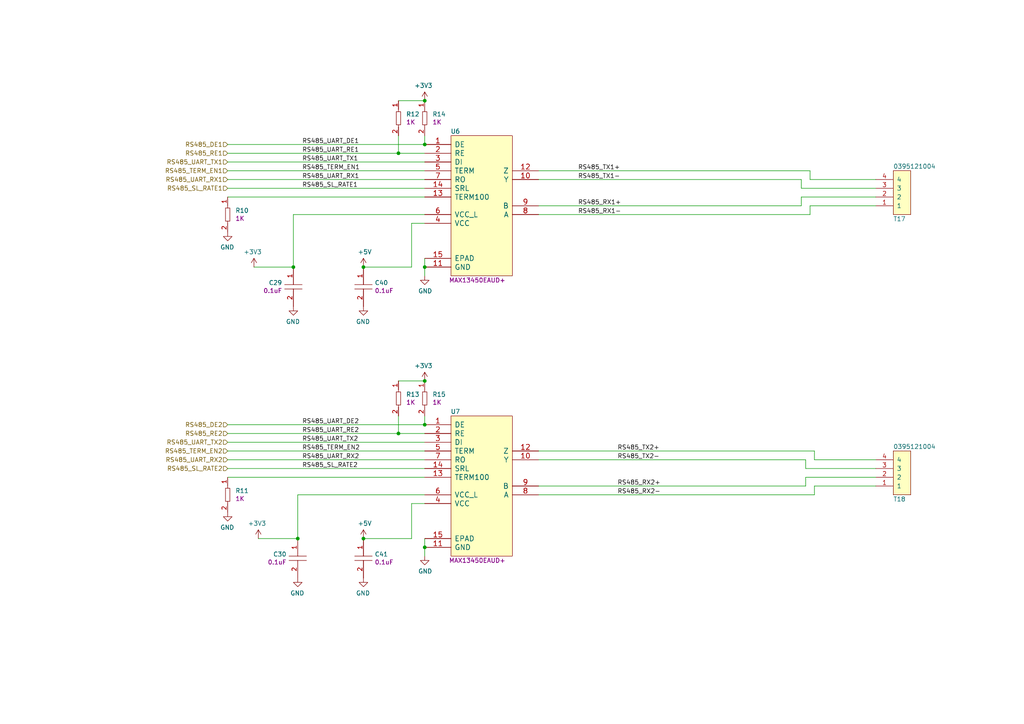
<source format=kicad_sch>
(kicad_sch (version 20231120) (generator "eeschema") (generator_version "8.0")
  (paper "A4")
  (lib_symbols
    (symbol "AVR-KiCAD-Lib-Capacitors:C0402C104K9PACTU" (pin_names (offset 1.016))
      (property "Reference" "C" (at -2.54 2.54 0))
      (property "_Value_" "0.1uF" (at 58.42 63.5 0))
      (symbol "C0402C104K9PACTU_1_1"
        (polyline (pts (xy 0 2.54) (xy 0 -2.54)))
        (polyline (pts (xy 1.27 2.54) (xy 1.27 -2.54)))
        (pin input line (at -5.08 0 0) (length 5.08) (name "~") (number "1"))
        (pin input line (at 6.35 0 180) (length 5.08) (name "~") (number "2"))
      )
    )
    (symbol "AVR-KiCAD-Lib-Capacitors:CGA3E2X7R1H104K080AA" (pin_names (offset 1.016))
      (property "Reference" "C" (at -2.54 2.54 0))
      (property "_Value_" "0.1uF" (at 58.42 63.5 0))
      (symbol "CGA3E2X7R1H104K080AA_1_1"
        (polyline (pts (xy 0 2.54) (xy 0 -2.54)))
        (polyline (pts (xy 1.27 2.54) (xy 1.27 -2.54)))
        (pin input line (at -5.08 0 0) (length 5.08) (name "~") (number "1"))
        (pin input line (at 6.35 0 180) (length 5.08) (name "~") (number "2"))
      )
    )
    (symbol "AVR-KiCAD-Lib-Connectors:0395121004" (pin_names (offset 1.016))
      (property "Reference" "J" (at -2.54 2.54 0))
      (property "Value" "0395121004" (at 1.27 5.08 0))
      (symbol "0395121004_0_1"
        (rectangle (start 0 2.54) (end 5.08 -10.16) (fill (type background)))
      )
      (symbol "0395121004_1_1"
        (pin passive line (at -5.08 0 0) (length 5.08) (name "1") (number "1"))
        (pin passive line (at -5.08 -2.54 0) (length 5.08) (name "2") (number "2"))
        (pin passive line (at -5.08 -5.08 0) (length 5.08) (name "3") (number "3"))
        (pin passive line (at -5.08 -7.62 0) (length 5.08) (name "4") (number "4"))
      )
    )
    (symbol "AVR-KiCAD-Lib-ICs:MAX13450EAUD+" (pin_names (offset 1.016))
      (property "Reference" "U" (at 0 1.27 0))
      (property "_Value_" "MAX13450EAUD+" (at 7.62 -41.91 0))
      (symbol "MAX13450EAUD+_0_1"
        (rectangle (start 0 0) (end 17.78 -40.64) (fill (type background)))
      )
      (symbol "MAX13450EAUD+_1_1"
        (pin input line (at -7.62 -2.54 0) (length 7.62) (name "DE") (number "1"))
        (pin output line (at 25.4 -12.7 180) (length 7.62) (name "Y") (number "10"))
        (pin passive line (at -7.62 -38.1 0) (length 7.62) (name "GND") (number "11"))
        (pin output line (at 25.4 -10.16 180) (length 7.62) (name "Z") (number "12"))
        (pin input line (at -7.62 -17.78 0) (length 7.62) (name "TERM100") (number "13"))
        (pin input line (at -7.62 -15.24 0) (length 7.62) (name "SRL") (number "14"))
        (pin passive line (at -7.62 -35.56 0) (length 7.62) (name "EPAD") (number "15"))
        (pin input line (at -7.62 -5.08 0) (length 7.62) (name "RE") (number "2"))
        (pin input line (at -7.62 -7.62 0) (length 7.62) (name "DI") (number "3"))
        (pin power_in line (at -7.62 -25.4 0) (length 7.62) (name "VCC") (number "4"))
        (pin input line (at -7.62 -10.16 0) (length 7.62) (name "TERM") (number "5"))
        (pin power_in line (at -7.62 -22.86 0) (length 7.62) (name "VCC_L") (number "6"))
        (pin output line (at -7.62 -12.7 0) (length 7.62) (name "RO") (number "7"))
        (pin input line (at 25.4 -22.86 180) (length 7.62) (name "A") (number "8"))
        (pin input line (at 25.4 -20.32 180) (length 7.62) (name "B") (number "9"))
      )
    )
    (symbol "AVR-KiCAD-Lib-Resistors:RC0402FR-071KL" (pin_names (offset 1.016))
      (property "Reference" "R" (at -2.54 2.54 0))
      (property "Value" "RC0402FR-071KL" (at 1.27 5.08 0))
      (property "_Value_" "1K" (at 58.42 63.5 0))
      (symbol "RC0402FR-071KL_0_1"
        (rectangle (start -1.905 0.635) (end 1.905 -0.635))
        (polyline (pts (xy -2.54 0) (xy -1.905 0)))
        (polyline (pts (xy -1.905 0) (xy -1.905 0)))
        (polyline (pts (xy 1.905 0) (xy 1.905 0)))
        (polyline (pts (xy 2.54 0) (xy 1.905 0)))
      )
      (symbol "RC0402FR-071KL_1_1"
        (pin passive line (at -5.08 0 0) (length 2.5146) (name "~") (number "1"))
        (pin passive line (at 5.08 0 180) (length 2.5146) (name "~") (number "2"))
      )
    )
    (symbol "agricoltura-vine-k-rescue:+3V3-power" (power) (pin_names (offset 0))
      (property "Value" "power_+3V3" (at 0 3.556 0))
      (symbol "+3V3-power_0_1"
        (polyline (pts (xy -0.762 1.27) (xy 0 2.54)))
        (polyline (pts (xy 0 0) (xy 0 2.54)))
        (polyline (pts (xy 0 2.54) (xy 0.762 1.27)))
      )
      (symbol "+3V3-power_1_1"
        (pin power_in line (at 0 0 90) (length 0) hide (name "+3V3") (number "1"))
      )
    )
    (symbol "agricoltura-vine-k-rescue:+5V-power" (power) (pin_names (offset 0))
      (property "Value" "power_+5V" (at 0 3.556 0))
      (symbol "+5V-power_0_1"
        (polyline (pts (xy -0.762 1.27) (xy 0 2.54)))
        (polyline (pts (xy 0 0) (xy 0 2.54)))
        (polyline (pts (xy 0 2.54) (xy 0.762 1.27)))
      )
      (symbol "+5V-power_1_1"
        (pin power_in line (at 0 0 90) (length 0) hide (name "+5V") (number "1"))
      )
    )
    (symbol "agricoltura-vine-k-rescue:GND-power" (power) (pin_names (offset 0))
      (property "Value" "power_GND" (at 0 -3.81 0))
      (symbol "GND-power_0_1"
        (polyline (pts (xy 0 0) (xy 0 -1.27) (xy 1.27 -1.27) (xy 0 -2.54) (xy -1.27 -1.27) (xy 0 -1.27)))
      )
      (symbol "GND-power_1_1"
        (pin power_in line (at 0 0 270) (length 0) hide (name "GND") (number "1"))
      )
    )
  )
  (junction (at 123.19 110.49))
  (junction (at 115.57 44.45))
  (junction (at 123.19 77.47))
  (junction (at 123.19 41.91))
  (junction (at 85.09 77.47))
  (junction (at 123.19 29.21))
  (junction (at 123.19 123.19))
  (junction (at 105.41 156.21))
  (junction (at 115.57 125.73))
  (junction (at 105.41 77.47))
  (junction (at 123.19 158.75))
  (junction (at 86.36 156.21))
  (wire (pts (xy 156.21 130.81) (xy 236.22 130.81)))
  (wire (pts (xy 123.19 74.93) (xy 123.19 77.47)))
  (wire (pts (xy 123.19 44.45) (xy 115.57 44.45)))
  (wire (pts (xy 115.57 29.21) (xy 123.19 29.21)))
  (wire (pts (xy 123.19 158.75) (xy 123.19 161.29)))
  (wire (pts (xy 236.22 130.81) (xy 236.22 133.35)))
  (wire (pts (xy 123.19 156.21) (xy 123.19 158.75)))
  (wire (pts (xy 123.19 49.53) (xy 66.04 49.53)))
  (wire (pts (xy 123.19 138.43) (xy 66.04 138.43)))
  (wire (pts (xy 115.57 44.45) (xy 66.04 44.45)))
  (wire (pts (xy 123.19 146.05) (xy 119.38 146.05)))
  (wire (pts (xy 85.09 77.47) (xy 73.66 77.47)))
  (wire (pts (xy 123.19 57.15) (xy 66.04 57.15)))
  (wire (pts (xy 234.95 52.07) (xy 254 52.07)))
  (wire (pts (xy 123.19 143.51) (xy 86.36 143.51)))
  (wire (pts (xy 254 54.61) (xy 232.41 54.61)))
  (wire (pts (xy 115.57 110.49) (xy 123.19 110.49)))
  (wire (pts (xy 123.19 130.81) (xy 66.04 130.81)))
  (wire (pts (xy 156.21 49.53) (xy 234.95 49.53)))
  (wire (pts (xy 123.19 41.91) (xy 123.19 39.37)))
  (wire (pts (xy 234.95 59.69) (xy 234.95 62.23)))
  (wire (pts (xy 119.38 156.21) (xy 105.41 156.21)))
  (wire (pts (xy 123.19 64.77) (xy 119.38 64.77)))
  (wire (pts (xy 123.19 123.19) (xy 66.04 123.19)))
  (wire (pts (xy 115.57 39.37) (xy 115.57 44.45)))
  (wire (pts (xy 232.41 57.15) (xy 254 57.15)))
  (wire (pts (xy 123.19 41.91) (xy 66.04 41.91)))
  (wire (pts (xy 156.21 140.97) (xy 233.68 140.97)))
  (wire (pts (xy 85.09 62.23) (xy 123.19 62.23)))
  (wire (pts (xy 156.21 143.51) (xy 236.22 143.51)))
  (wire (pts (xy 123.19 135.89) (xy 66.04 135.89)))
  (wire (pts (xy 123.19 52.07) (xy 66.04 52.07)))
  (wire (pts (xy 86.36 143.51) (xy 86.36 156.21)))
  (wire (pts (xy 123.19 46.99) (xy 66.04 46.99)))
  (wire (pts (xy 123.19 125.73) (xy 115.57 125.73)))
  (wire (pts (xy 156.21 133.35) (xy 233.68 133.35)))
  (wire (pts (xy 233.68 138.43) (xy 254 138.43)))
  (wire (pts (xy 66.04 133.35) (xy 123.19 133.35)))
  (wire (pts (xy 119.38 146.05) (xy 119.38 156.21)))
  (wire (pts (xy 232.41 59.69) (xy 156.21 59.69)))
  (wire (pts (xy 234.95 49.53) (xy 234.95 52.07)))
  (wire (pts (xy 74.93 156.21) (xy 86.36 156.21)))
  (wire (pts (xy 123.19 123.19) (xy 123.19 120.65)))
  (wire (pts (xy 66.04 128.27) (xy 123.19 128.27)))
  (wire (pts (xy 119.38 64.77) (xy 119.38 77.47)))
  (wire (pts (xy 123.19 77.47) (xy 123.19 80.01)))
  (wire (pts (xy 156.21 62.23) (xy 234.95 62.23)))
  (wire (pts (xy 119.38 77.47) (xy 105.41 77.47)))
  (wire (pts (xy 233.68 133.35) (xy 233.68 135.89)))
  (wire (pts (xy 232.41 52.07) (xy 156.21 52.07)))
  (wire (pts (xy 123.19 54.61) (xy 66.04 54.61)))
  (wire (pts (xy 254 59.69) (xy 234.95 59.69)))
  (wire (pts (xy 85.09 62.23) (xy 85.09 77.47)))
  (wire (pts (xy 233.68 135.89) (xy 254 135.89)))
  (wire (pts (xy 232.41 54.61) (xy 232.41 52.07)))
  (wire (pts (xy 236.22 140.97) (xy 236.22 143.51)))
  (wire (pts (xy 233.68 140.97) (xy 233.68 138.43)))
  (wire (pts (xy 236.22 133.35) (xy 254 133.35)))
  (wire (pts (xy 115.57 125.73) (xy 66.04 125.73)))
  (wire (pts (xy 254 140.97) (xy 236.22 140.97)))
  (wire (pts (xy 232.41 59.69) (xy 232.41 57.15)))
  (wire (pts (xy 115.57 120.65) (xy 115.57 125.73)))
  (label "RS485_UART_DE2" (at 87.63 123.19 0))
  (label "RS485_TERM_EN1" (at 87.63 49.53 0))
  (label "RS485_RX1+" (at 167.64 59.69 0))
  (label "RS485_TX1+" (at 167.64 49.53 0))
  (label "RS485_SL_RATE1" (at 87.63 54.61 0))
  (label "RS485_TX1-" (at 167.64 52.07 0))
  (label "RS485_UART_RE2" (at 87.63 125.73 0))
  (label "RS485_UART_RE1" (at 87.63 44.45 0))
  (label "RS485_UART_TX2" (at 87.63 128.27 0))
  (label "RS485_RX2-" (at 179.07 143.51 0))
  (label "RS485_UART_TX1" (at 87.63 46.99 0))
  (label "RS485_UART_DE1" (at 87.63 41.91 0))
  (label "RS485_TX2+" (at 179.07 130.81 0))
  (label "RS485_TX2-" (at 179.07 133.35 0))
  (label "RS485_RX2+" (at 179.07 140.97 0))
  (label "RS485_UART_RX1" (at 87.63 52.07 0))
  (label "RS485_TERM_EN2" (at 87.63 130.81 0))
  (label "RS485_RX1-" (at 167.64 62.23 0))
  (label "RS485_SL_RATE2" (at 87.63 135.89 0))
  (label "RS485_UART_RX2" (at 87.63 133.35 0))
  (hierarchical_label "RS485_UART_RX2" (shape input) (at 66.04 133.35 180))
  (hierarchical_label "RS485_SL_RATE1" (shape input) (at 66.04 54.61 180))
  (hierarchical_label "RS485_DE2" (shape input) (at 66.04 123.19 180))
  (hierarchical_label "RS485_RE1" (shape input) (at 66.04 44.45 180))
  (hierarchical_label "RS485_DE1" (shape input) (at 66.04 41.91 180))
  (hierarchical_label "RS485_SL_RATE2" (shape input) (at 66.04 135.89 180))
  (hierarchical_label "RS485_UART_RX1" (shape input) (at 66.04 52.07 180))
  (hierarchical_label "RS485_UART_TX1" (shape input) (at 66.04 46.99 180))
  (hierarchical_label "RS485_TERM_EN1" (shape input) (at 66.04 49.53 180))
  (hierarchical_label "RS485_UART_TX2" (shape input) (at 66.04 128.27 180))
  (hierarchical_label "RS485_TERM_EN2" (shape input) (at 66.04 130.81 180))
  (hierarchical_label "RS485_RE2" (shape input) (at 66.04 125.73 180))
  (symbol (lib_id "AVR-KiCAD-Lib-ICs:MAX13450EAUD+") (at 130.81 39.37 0) (unit 1)
    (property "Reference" "U6" (at 132.08 38.1 0))
    (property "Value" "MAX13450EAUD+" (effects (hide yes)))
    (property "Footprint" "AVR-KiCAD-Lib-ICs:MAX13450EAUD&plus_" (effects (hide yes)))
    (property "Datasheet" "https://datasheets.maximintegrated.com/en/ds/MAX13450E-MAX13451E.pdf" (effects (hide yes)))
    (property "Description" "1/1 Transceiver Full RS422, RS485 14-TSSOP-EP" (effects (hide yes)))
    (property "Cost QTY: 1" "3.39000" (effects (hide yes)))
    (property "Cost QTY: 1000" "*" (effects (hide yes)))
    (property "Cost QTY: 2500" "2.57839" (effects (hide yes)))
    (property "Cost QTY: 5000" "*" (effects (hide yes)))
    (property "Cost QTY: 10000" "*" (effects (hide yes)))
    (property "MFR" "Maxim Integrated" (effects (hide yes)))
    (property "MFR#" "MAX13450EAUD+" (effects (hide yes)))
    (property "Vendor" "Digikey" (effects (hide yes)))
    (property "Vendor #" "MAX13450EAUD+-ND" (effects (hide yes)))
    (property "Designer" "AVR" (effects (hide yes)))
    (property "Height" "1.2mm" (effects (hide yes)))
    (property "Date Created" "6/21/2020" (effects (hide yes)))
    (property "Date Modified" "6/21/2020" (effects (hide yes)))
    (property "Lead-Free ?" "Yes" (effects (hide yes)))
    (property "RoHS Levels" "1" (effects (hide yes)))
    (property "Mounting" "SMT" (effects (hide yes)))
    (property "Pin Count #" "14" (effects (hide yes)))
    (property "Status" "Active" (effects (hide yes)))
    (property "Tolerance" "*" (effects (hide yes)))
    (property "Type" "IC" (effects (hide yes)))
    (property "Voltage" "4.75V ~ 5.25V" (effects (hide yes)))
    (property "Package" "14-TSSOP-EP" (effects (hide yes)))
    (property "_Value_" "MAX13450EAUD+" (at 138.43 81.28 0))
    (property "Management_ID" "*" (effects (hide yes)))
  )
  (symbol (lib_id "AVR-KiCAD-Lib-ICs:MAX13450EAUD+") (at 130.81 120.65 0) (unit 1)
    (property "Reference" "U7" (at 132.08 119.38 0))
    (property "Value" "MAX13450EAUD+" (effects (hide yes)))
    (property "Footprint" "AVR-KiCAD-Lib-ICs:MAX13450EAUD&plus_" (effects (hide yes)))
    (property "Datasheet" "https://datasheets.maximintegrated.com/en/ds/MAX13450E-MAX13451E.pdf" (effects (hide yes)))
    (property "Description" "1/1 Transceiver Full RS422, RS485 14-TSSOP-EP" (effects (hide yes)))
    (property "Cost QTY: 1" "3.39000" (effects (hide yes)))
    (property "Cost QTY: 1000" "*" (effects (hide yes)))
    (property "Cost QTY: 2500" "2.57839" (effects (hide yes)))
    (property "Cost QTY: 5000" "*" (effects (hide yes)))
    (property "Cost QTY: 10000" "*" (effects (hide yes)))
    (property "MFR" "Maxim Integrated" (effects (hide yes)))
    (property "MFR#" "MAX13450EAUD+" (effects (hide yes)))
    (property "Vendor" "Digikey" (effects (hide yes)))
    (property "Vendor #" "MAX13450EAUD+-ND" (effects (hide yes)))
    (property "Designer" "AVR" (effects (hide yes)))
    (property "Height" "1.2mm" (effects (hide yes)))
    (property "Date Created" "6/21/2020" (effects (hide yes)))
    (property "Date Modified" "6/21/2020" (effects (hide yes)))
    (property "Lead-Free ?" "Yes" (effects (hide yes)))
    (property "RoHS Levels" "1" (effects (hide yes)))
    (property "Mounting" "SMT" (effects (hide yes)))
    (property "Pin Count #" "14" (effects (hide yes)))
    (property "Status" "Active" (effects (hide yes)))
    (property "Tolerance" "*" (effects (hide yes)))
    (property "Type" "IC" (effects (hide yes)))
    (property "Voltage" "4.75V ~ 5.25V" (effects (hide yes)))
    (property "Package" "14-TSSOP-EP" (effects (hide yes)))
    (property "_Value_" "MAX13450EAUD+" (at 138.43 162.56 0))
    (property "Management_ID" "*" (effects (hide yes)))
  )
  (symbol (lib_id "agricoltura-vine-k-rescue:GND-power") (at 123.19 80.01 0) (unit 1)
    (property "Reference" "#PWR0102" (effects (hide yes)))
    (property "Value" "GND" (at 123.317 84.4042 0))
  )
  (symbol (lib_id "agricoltura-vine-k-rescue:+5V-power") (at 105.41 156.21 0) (unit 1)
    (property "Reference" "#PWR0104" (effects (hide yes)))
    (property "Value" "+5V" (at 105.791 151.8158 0))
  )
  (symbol (lib_id "AVR-KiCAD-Lib-Capacitors:CGA3E2X7R1H104K080AA") (at 105.41 161.29 270) (unit 1)
    (property "Reference" "C41" (at 108.6612 160.7566 90) (effects (justify left)))
    (property "Value" "CGA3E2X7R1H104K080AA" (effects (hide yes)))
    (property "Footprint" "AVR-KiCAD-Lib-Capacitors:C0603" (effects (hide yes)))
    (property "Datasheet" "https://product.tdk.com/info/en/catalog/datasheets/mlcc_automotive_general_en.pdf" (effects (hide yes)))
    (property "Description" "0.1µF ±10% 50V Ceramic Capacitor X7R 0603 (1608 Metric)" (effects (hide yes)))
    (property "Cost QTY: 1" "0.11000" (effects (hide yes)))
    (property "Cost QTY: 1000" "0.01972" (effects (hide yes)))
    (property "Cost QTY: 2500" "*" (effects (hide yes)))
    (property "Cost QTY: 5000" "*" (effects (hide yes)))
    (property "Cost QTY: 10000" "*" (effects (hide yes)))
    (property "MFR" "TDK Corporation" (effects (hide yes)))
    (property "MFR#" "CGA3E2X7R1H104K080AA" (effects (hide yes)))
    (property "Vendor" "Digikey" (effects (hide yes)))
    (property "Vendor #" "445-5666-1-ND" (effects (hide yes)))
    (property "Designer" "AVR" (effects (hide yes)))
    (property "Height" "0.9mm" (effects (hide yes)))
    (property "Date Created" "6/17/2020" (effects (hide yes)))
    (property "Date Modified" "6/17/2020" (effects (hide yes)))
    (property "Lead-Free ?" "Yes" (effects (hide yes)))
    (property "RoHS Levels" "1" (effects (hide yes)))
    (property "Mounting" "SMT" (effects (hide yes)))
    (property "Pin Count #" "2" (effects (hide yes)))
    (property "Status" "Active" (effects (hide yes)))
    (property "Tolerance" "10%" (effects (hide yes)))
    (property "Type" "Capacitor" (effects (hide yes)))
    (property "Voltage" "50V" (effects (hide yes)))
    (property "Package" "0603" (effects (hide yes)))
    (property "_Value_" "0.1uF" (at 108.6612 163.068 90) (effects (justify left)))
    (property "Management_ID" "*" (effects (hide yes)))
  )
  (symbol (lib_id "agricoltura-vine-k-rescue:GND-power") (at 105.41 167.64 0) (mirror y) (unit 1)
    (property "Reference" "#PWR0105" (effects (hide yes)))
    (property "Value" "GND" (at 105.283 172.0342 0))
  )
  (symbol (lib_id "agricoltura-vine-k-rescue:+5V-power") (at 105.41 77.47 0) (unit 1)
    (property "Reference" "#PWR0106" (effects (hide yes)))
    (property "Value" "+5V" (at 105.791 73.0758 0))
  )
  (symbol (lib_id "AVR-KiCAD-Lib-Capacitors:CGA3E2X7R1H104K080AA") (at 105.41 82.55 270) (unit 1)
    (property "Reference" "C40" (at 108.6612 82.0166 90) (effects (justify left)))
    (property "Value" "CGA3E2X7R1H104K080AA" (effects (hide yes)))
    (property "Footprint" "AVR-KiCAD-Lib-Capacitors:C0603" (effects (hide yes)))
    (property "Datasheet" "https://product.tdk.com/info/en/catalog/datasheets/mlcc_automotive_general_en.pdf" (effects (hide yes)))
    (property "Description" "0.1µF ±10% 50V Ceramic Capacitor X7R 0603 (1608 Metric)" (effects (hide yes)))
    (property "Cost QTY: 1" "0.11000" (effects (hide yes)))
    (property "Cost QTY: 1000" "0.01972" (effects (hide yes)))
    (property "Cost QTY: 2500" "*" (effects (hide yes)))
    (property "Cost QTY: 5000" "*" (effects (hide yes)))
    (property "Cost QTY: 10000" "*" (effects (hide yes)))
    (property "MFR" "TDK Corporation" (effects (hide yes)))
    (property "MFR#" "CGA3E2X7R1H104K080AA" (effects (hide yes)))
    (property "Vendor" "Digikey" (effects (hide yes)))
    (property "Vendor #" "445-5666-1-ND" (effects (hide yes)))
    (property "Designer" "AVR" (effects (hide yes)))
    (property "Height" "0.9mm" (effects (hide yes)))
    (property "Date Created" "6/17/2020" (effects (hide yes)))
    (property "Date Modified" "6/17/2020" (effects (hide yes)))
    (property "Lead-Free ?" "Yes" (effects (hide yes)))
    (property "RoHS Levels" "1" (effects (hide yes)))
    (property "Mounting" "SMT" (effects (hide yes)))
    (property "Pin Count #" "2" (effects (hide yes)))
    (property "Status" "Active" (effects (hide yes)))
    (property "Tolerance" "10%" (effects (hide yes)))
    (property "Type" "Capacitor" (effects (hide yes)))
    (property "Voltage" "50V" (effects (hide yes)))
    (property "Package" "0603" (effects (hide yes)))
    (property "_Value_" "0.1uF" (at 108.6612 84.328 90) (effects (justify left)))
    (property "Management_ID" "*" (effects (hide yes)))
  )
  (symbol (lib_id "agricoltura-vine-k-rescue:GND-power") (at 105.41 88.9 0) (mirror y) (unit 1)
    (property "Reference" "#PWR0107" (effects (hide yes)))
    (property "Value" "GND" (at 105.283 93.2942 0))
  )
  (symbol (lib_id "AVR-KiCAD-Lib-Resistors:RC0402FR-071KL") (at 123.19 115.57 270) (unit 1)
    (property "Reference" "R15" (at 125.3998 114.4016 90) (effects (justify left)))
    (property "Value" "RC0402FR-071KL" (effects (hide yes)))
    (property "Footprint" "AVR-KiCAD-Lib-Resistors:R0402" (effects (hide yes)))
    (property "Datasheet" "https://www.yageo.com/upload/media/product/productsearch/datasheet/rchip/PYu-RC_Group_51_RoHS_L_10.pdf" (effects (hide yes)))
    (property "Description" " kOhms ±1% 0.063W, 1/16W Chip Resistor 0402 (1005 Metric) Moisture Resistant Thick Film" (effects (hide yes)))
    (property "Cost QTY: 1" "0.10000" (effects (hide yes)))
    (property "Cost QTY: 1000" "0.00289" (effects (hide yes)))
    (property "Cost QTY: 2500" "0.00251" (effects (hide yes)))
    (property "Cost QTY: 5000" "0.00207" (effects (hide yes)))
    (property "Cost QTY: 10000" "0.00163" (effects (hide yes)))
    (property "MFR" "Yageo" (effects (hide yes)))
    (property "MFR#" "RC0402FR-071KL" (effects (hide yes)))
    (property "Vendor" "Digikey" (effects (hide yes)))
    (property "Vendor #" "311-1.00KLRTR-ND" (effects (hide yes)))
    (property "Designer" "AVR" (effects (hide yes)))
    (property "Height" "0.4mm" (effects (hide yes)))
    (property "Date Created" "12/11/2019" (effects (hide yes)))
    (property "Date Modified" "12/11/2019" (effects (hide yes)))
    (property "Lead-Free ?" "Yes" (effects (hide yes)))
    (property "RoHS Levels" "1" (effects (hide yes)))
    (property "Mounting" "SMT" (effects (hide yes)))
    (property "Pin Count #" "2" (effects (hide yes)))
    (property "Status" "Active" (effects (hide yes)))
    (property "Tolerance" "1%" (effects (hide yes)))
    (property "Type" "Thick Film Resistor" (effects (hide yes)))
    (property "Voltage" "*" (effects (hide yes)))
    (property "Package" "0402" (effects (hide yes)))
    (property "_Value_" "1K" (at 125.3998 116.713 90) (effects (justify left)))
    (property "Management_ID" "*" (effects (hide yes)))
  )
  (symbol (lib_id "AVR-KiCAD-Lib-Resistors:RC0402FR-071KL") (at 123.19 34.29 270) (unit 1)
    (property "Reference" "R14" (at 125.3998 33.1216 90) (effects (justify left)))
    (property "Value" "RC0402FR-071KL" (effects (hide yes)))
    (property "Footprint" "AVR-KiCAD-Lib-Resistors:R0402" (effects (hide yes)))
    (property "Datasheet" "https://www.yageo.com/upload/media/product/productsearch/datasheet/rchip/PYu-RC_Group_51_RoHS_L_10.pdf" (effects (hide yes)))
    (property "Description" " kOhms ±1% 0.063W, 1/16W Chip Resistor 0402 (1005 Metric) Moisture Resistant Thick Film" (effects (hide yes)))
    (property "Cost QTY: 1" "0.10000" (effects (hide yes)))
    (property "Cost QTY: 1000" "0.00289" (effects (hide yes)))
    (property "Cost QTY: 2500" "0.00251" (effects (hide yes)))
    (property "Cost QTY: 5000" "0.00207" (effects (hide yes)))
    (property "Cost QTY: 10000" "0.00163" (effects (hide yes)))
    (property "MFR" "Yageo" (effects (hide yes)))
    (property "MFR#" "RC0402FR-071KL" (effects (hide yes)))
    (property "Vendor" "Digikey" (effects (hide yes)))
    (property "Vendor #" "311-1.00KLRTR-ND" (effects (hide yes)))
    (property "Designer" "AVR" (effects (hide yes)))
    (property "Height" "0.4mm" (effects (hide yes)))
    (property "Date Created" "12/11/2019" (effects (hide yes)))
    (property "Date Modified" "12/11/2019" (effects (hide yes)))
    (property "Lead-Free ?" "Yes" (effects (hide yes)))
    (property "RoHS Levels" "1" (effects (hide yes)))
    (property "Mounting" "SMT" (effects (hide yes)))
    (property "Pin Count #" "2" (effects (hide yes)))
    (property "Status" "Active" (effects (hide yes)))
    (property "Tolerance" "1%" (effects (hide yes)))
    (property "Type" "Thick Film Resistor" (effects (hide yes)))
    (property "Voltage" "*" (effects (hide yes)))
    (property "Package" "0402" (effects (hide yes)))
    (property "_Value_" "1K" (at 125.3998 35.433 90) (effects (justify left)))
    (property "Management_ID" "*" (effects (hide yes)))
  )
  (symbol (lib_id "agricoltura-vine-k-rescue:+3V3-power") (at 123.19 29.21 0) (mirror y) (unit 1)
    (property "Reference" "#PWR0108" (effects (hide yes)))
    (property "Value" "+3V3" (at 122.809 24.8158 0))
  )
  (symbol (lib_id "agricoltura-vine-k-rescue:+3V3-power") (at 123.19 110.49 0) (mirror y) (unit 1)
    (property "Reference" "#PWR0109" (effects (hide yes)))
    (property "Value" "+3V3" (at 122.809 106.0958 0))
  )
  (symbol (lib_id "AVR-KiCAD-Lib-Resistors:RC0402FR-071KL") (at 115.57 115.57 270) (unit 1)
    (property "Reference" "R13" (at 117.7798 114.4016 90) (effects (justify left)))
    (property "Value" "RC0402FR-071KL" (effects (hide yes)))
    (property "Footprint" "AVR-KiCAD-Lib-Resistors:R0402" (effects (hide yes)))
    (property "Datasheet" "https://www.yageo.com/upload/media/product/productsearch/datasheet/rchip/PYu-RC_Group_51_RoHS_L_10.pdf" (effects (hide yes)))
    (property "Description" " kOhms ±1% 0.063W, 1/16W Chip Resistor 0402 (1005 Metric) Moisture Resistant Thick Film" (effects (hide yes)))
    (property "Cost QTY: 1" "0.10000" (effects (hide yes)))
    (property "Cost QTY: 1000" "0.00289" (effects (hide yes)))
    (property "Cost QTY: 2500" "0.00251" (effects (hide yes)))
    (property "Cost QTY: 5000" "0.00207" (effects (hide yes)))
    (property "Cost QTY: 10000" "0.00163" (effects (hide yes)))
    (property "MFR" "Yageo" (effects (hide yes)))
    (property "MFR#" "RC0402FR-071KL" (effects (hide yes)))
    (property "Vendor" "Digikey" (effects (hide yes)))
    (property "Vendor #" "311-1.00KLRTR-ND" (effects (hide yes)))
    (property "Designer" "AVR" (effects (hide yes)))
    (property "Height" "0.4mm" (effects (hide yes)))
    (property "Date Created" "12/11/2019" (effects (hide yes)))
    (property "Date Modified" "12/11/2019" (effects (hide yes)))
    (property "Lead-Free ?" "Yes" (effects (hide yes)))
    (property "RoHS Levels" "1" (effects (hide yes)))
    (property "Mounting" "SMT" (effects (hide yes)))
    (property "Pin Count #" "2" (effects (hide yes)))
    (property "Status" "Active" (effects (hide yes)))
    (property "Tolerance" "1%" (effects (hide yes)))
    (property "Type" "Thick Film Resistor" (effects (hide yes)))
    (property "Voltage" "*" (effects (hide yes)))
    (property "Package" "0402" (effects (hide yes)))
    (property "_Value_" "1K" (at 117.7798 116.713 90) (effects (justify left)))
    (property "Management_ID" "*" (effects (hide yes)))
  )
  (symbol (lib_id "AVR-KiCAD-Lib-Capacitors:C0402C104K9PACTU") (at 85.09 82.55 90) (mirror x) (unit 1)
    (property "Reference" "C29" (at 81.8388 82.0166 90) (effects (justify left)))
    (property "Value" "C0402C104K9PACTU" (effects (hide yes)))
    (property "Footprint" "AVR-KiCAD-Lib-Resistors:R0402" (effects (hide yes)))
    (property "Datasheet" "https://content.kemet.com/datasheets/KEM_C1006_X5R_SMD.pdf" (effects (hide yes)))
    (property "Description" "0.1µF ±10% 6.3V Ceramic Capacitor X5R 0402 (1005 Metric)" (effects (hide yes)))
    (property "Cost QTY: 1" "0.10000" (effects (hide yes)))
    (property "Cost QTY: 1000" "0.01139" (effects (hide yes)))
    (property "Cost QTY: 2500" "0.01035" (effects (hide yes)))
    (property "Cost QTY: 5000" "0.00952" (effects (hide yes)))
    (property "Cost QTY: 10000" "0.00756" (effects (hide yes)))
    (property "MFR" "KEMET" (effects (hide yes)))
    (property "MFR#" "C0402C104K9PACTU" (effects (hide yes)))
    (property "Vendor" "Digikey" (effects (hide yes)))
    (property "Vendor #" "399-3026-6-ND" (effects (hide yes)))
    (property "Designer" "AVR" (effects (hide yes)))
    (property "Height" "0.55mm" (effects (hide yes)))
    (property "Date Created" "12/7/2019" (effects (hide yes)))
    (property "Date Modified" "12/7/2019" (effects (hide yes)))
    (property "Lead-Free ?" "Yes" (effects (hide yes)))
    (property "RoHS Levels" "1" (effects (hide yes)))
    (property "Mounting" "SMT" (effects (hide yes)))
    (property "Pin Count #" "2" (effects (hide yes)))
    (property "Status" "Active" (effects (hide yes)))
    (property "Tolerance" "10%" (effects (hide yes)))
    (property "Type" "Ceramic Cap" (effects (hide yes)))
    (property "Voltage" "6.3V" (effects (hide yes)))
    (property "Package" "0402" (effects (hide yes)))
    (property "_Value_" "0.1uF" (at 81.8388 84.328 90) (effects (justify left)))
    (property "Management_ID" "*" (effects (hide yes)))
  )
  (symbol (lib_id "agricoltura-vine-k-rescue:GND-power") (at 85.09 88.9 0) (mirror y) (unit 1)
    (property "Reference" "#PWR044" (effects (hide yes)))
    (property "Value" "GND" (at 84.963 93.2942 0))
  )
  (symbol (lib_id "agricoltura-vine-k-rescue:+3V3-power") (at 73.66 77.47 0) (mirror y) (unit 1)
    (property "Reference" "#PWR046" (effects (hide yes)))
    (property "Value" "+3V3" (at 73.279 73.0758 0))
  )
  (symbol (lib_id "AVR-KiCAD-Lib-Resistors:RC0402FR-071KL") (at 66.04 143.51 270) (unit 1)
    (property "Reference" "R11" (at 68.2498 142.3416 90) (effects (justify left)))
    (property "Value" "RC0402FR-071KL" (effects (hide yes)))
    (property "Footprint" "AVR-KiCAD-Lib-Resistors:R0402" (effects (hide yes)))
    (property "Datasheet" "https://www.yageo.com/upload/media/product/productsearch/datasheet/rchip/PYu-RC_Group_51_RoHS_L_10.pdf" (effects (hide yes)))
    (property "Description" " kOhms ±1% 0.063W, 1/16W Chip Resistor 0402 (1005 Metric) Moisture Resistant Thick Film" (effects (hide yes)))
    (property "Cost QTY: 1" "0.10000" (effects (hide yes)))
    (property "Cost QTY: 1000" "0.00289" (effects (hide yes)))
    (property "Cost QTY: 2500" "0.00251" (effects (hide yes)))
    (property "Cost QTY: 5000" "0.00207" (effects (hide yes)))
    (property "Cost QTY: 10000" "0.00163" (effects (hide yes)))
    (property "MFR" "Yageo" (effects (hide yes)))
    (property "MFR#" "RC0402FR-071KL" (effects (hide yes)))
    (property "Vendor" "Digikey" (effects (hide yes)))
    (property "Vendor #" "311-1.00KLRTR-ND" (effects (hide yes)))
    (property "Designer" "AVR" (effects (hide yes)))
    (property "Height" "0.4mm" (effects (hide yes)))
    (property "Date Created" "12/11/2019" (effects (hide yes)))
    (property "Date Modified" "12/11/2019" (effects (hide yes)))
    (property "Lead-Free ?" "Yes" (effects (hide yes)))
    (property "RoHS Levels" "1" (effects (hide yes)))
    (property "Mounting" "SMT" (effects (hide yes)))
    (property "Pin Count #" "2" (effects (hide yes)))
    (property "Status" "Active" (effects (hide yes)))
    (property "Tolerance" "1%" (effects (hide yes)))
    (property "Type" "Thick Film Resistor" (effects (hide yes)))
    (property "Voltage" "*" (effects (hide yes)))
    (property "Package" "0402" (effects (hide yes)))
    (property "_Value_" "1K" (at 68.2498 144.653 90) (effects (justify left)))
    (property "Management_ID" "*" (effects (hide yes)))
  )
  (symbol (lib_id "agricoltura-vine-k-rescue:GND-power") (at 66.04 148.59 0) (mirror y) (unit 1)
    (property "Reference" "#PWR0110" (effects (hide yes)))
    (property "Value" "GND" (at 65.913 152.9842 0))
  )
  (symbol (lib_id "AVR-KiCAD-Lib-Resistors:RC0402FR-071KL") (at 66.04 62.23 270) (unit 1)
    (property "Reference" "R10" (at 68.2498 61.0616 90) (effects (justify left)))
    (property "Value" "RC0402FR-071KL" (effects (hide yes)))
    (property "Footprint" "AVR-KiCAD-Lib-Resistors:R0402" (effects (hide yes)))
    (property "Datasheet" "https://www.yageo.com/upload/media/product/productsearch/datasheet/rchip/PYu-RC_Group_51_RoHS_L_10.pdf" (effects (hide yes)))
    (property "Description" " kOhms ±1% 0.063W, 1/16W Chip Resistor 0402 (1005 Metric) Moisture Resistant Thick Film" (effects (hide yes)))
    (property "Cost QTY: 1" "0.10000" (effects (hide yes)))
    (property "Cost QTY: 1000" "0.00289" (effects (hide yes)))
    (property "Cost QTY: 2500" "0.00251" (effects (hide yes)))
    (property "Cost QTY: 5000" "0.00207" (effects (hide yes)))
    (property "Cost QTY: 10000" "0.00163" (effects (hide yes)))
    (property "MFR" "Yageo" (effects (hide yes)))
    (property "MFR#" "RC0402FR-071KL" (effects (hide yes)))
    (property "Vendor" "Digikey" (effects (hide yes)))
    (property "Vendor #" "311-1.00KLRTR-ND" (effects (hide yes)))
    (property "Designer" "AVR" (effects (hide yes)))
    (property "Height" "0.4mm" (effects (hide yes)))
    (property "Date Created" "12/11/2019" (effects (hide yes)))
    (property "Date Modified" "12/11/2019" (effects (hide yes)))
    (property "Lead-Free ?" "Yes" (effects (hide yes)))
    (property "RoHS Levels" "1" (effects (hide yes)))
    (property "Mounting" "SMT" (effects (hide yes)))
    (property "Pin Count #" "2" (effects (hide yes)))
    (property "Status" "Active" (effects (hide yes)))
    (property "Tolerance" "1%" (effects (hide yes)))
    (property "Type" "Thick Film Resistor" (effects (hide yes)))
    (property "Voltage" "*" (effects (hide yes)))
    (property "Package" "0402" (effects (hide yes)))
    (property "_Value_" "1K" (at 68.2498 63.373 90) (effects (justify left)))
    (property "Management_ID" "*" (effects (hide yes)))
  )
  (symbol (lib_id "agricoltura-vine-k-rescue:GND-power") (at 66.04 67.31 0) (mirror y) (unit 1)
    (property "Reference" "#PWR0111" (effects (hide yes)))
    (property "Value" "GND" (at 65.913 71.7042 0))
  )
  (symbol (lib_id "AVR-KiCAD-Lib-Capacitors:C0402C104K9PACTU") (at 86.36 161.29 90) (mirror x) (unit 1)
    (property "Reference" "C30" (at 83.1088 160.7566 90) (effects (justify left)))
    (property "Value" "C0402C104K9PACTU" (effects (hide yes)))
    (property "Footprint" "AVR-KiCAD-Lib-Resistors:R0402" (effects (hide yes)))
    (property "Datasheet" "https://content.kemet.com/datasheets/KEM_C1006_X5R_SMD.pdf" (effects (hide yes)))
    (property "Description" "0.1µF ±10% 6.3V Ceramic Capacitor X5R 0402 (1005 Metric)" (effects (hide yes)))
    (property "Cost QTY: 1" "0.10000" (effects (hide yes)))
    (property "Cost QTY: 1000" "0.01139" (effects (hide yes)))
    (property "Cost QTY: 2500" "0.01035" (effects (hide yes)))
    (property "Cost QTY: 5000" "0.00952" (effects (hide yes)))
    (property "Cost QTY: 10000" "0.00756" (effects (hide yes)))
    (property "MFR" "KEMET" (effects (hide yes)))
    (property "MFR#" "C0402C104K9PACTU" (effects (hide yes)))
    (property "Vendor" "Digikey" (effects (hide yes)))
    (property "Vendor #" "399-3026-6-ND" (effects (hide yes)))
    (property "Designer" "AVR" (effects (hide yes)))
    (property "Height" "0.55mm" (effects (hide yes)))
    (property "Date Created" "12/7/2019" (effects (hide yes)))
    (property "Date Modified" "12/7/2019" (effects (hide yes)))
    (property "Lead-Free ?" "Yes" (effects (hide yes)))
    (property "RoHS Levels" "1" (effects (hide yes)))
    (property "Mounting" "SMT" (effects (hide yes)))
    (property "Pin Count #" "2" (effects (hide yes)))
    (property "Status" "Active" (effects (hide yes)))
    (property "Tolerance" "10%" (effects (hide yes)))
    (property "Type" "Ceramic Cap" (effects (hide yes)))
    (property "Voltage" "6.3V" (effects (hide yes)))
    (property "Package" "0402" (effects (hide yes)))
    (property "_Value_" "0.1uF" (at 83.1088 163.068 90) (effects (justify left)))
    (property "Management_ID" "*" (effects (hide yes)))
  )
  (symbol (lib_id "agricoltura-vine-k-rescue:GND-power") (at 86.36 167.64 0) (mirror y) (unit 1)
    (property "Reference" "#PWR045" (effects (hide yes)))
    (property "Value" "GND" (at 86.233 172.0342 0))
  )
  (symbol (lib_id "agricoltura-vine-k-rescue:+3V3-power") (at 74.93 156.21 0) (mirror y) (unit 1)
    (property "Reference" "#PWR047" (effects (hide yes)))
    (property "Value" "+3V3" (at 74.549 151.8158 0))
  )
  (symbol (lib_id "agricoltura-vine-k-rescue:GND-power") (at 123.19 161.29 0) (unit 1)
    (property "Reference" "#PWR043" (effects (hide yes)))
    (property "Value" "GND" (at 123.317 165.6842 0))
  )
  (symbol (lib_id "AVR-KiCAD-Lib-Resistors:RC0402FR-071KL") (at 115.57 34.29 270) (unit 1)
    (property "Reference" "R12" (at 117.7798 33.1216 90) (effects (justify left)))
    (property "Value" "RC0402FR-071KL" (effects (hide yes)))
    (property "Footprint" "AVR-KiCAD-Lib-Resistors:R0402" (effects (hide yes)))
    (property "Datasheet" "https://www.yageo.com/upload/media/product/productsearch/datasheet/rchip/PYu-RC_Group_51_RoHS_L_10.pdf" (effects (hide yes)))
    (property "Description" " kOhms ±1% 0.063W, 1/16W Chip Resistor 0402 (1005 Metric) Moisture Resistant Thick Film" (effects (hide yes)))
    (property "Cost QTY: 1" "0.10000" (effects (hide yes)))
    (property "Cost QTY: 1000" "0.00289" (effects (hide yes)))
    (property "Cost QTY: 2500" "0.00251" (effects (hide yes)))
    (property "Cost QTY: 5000" "0.00207" (effects (hide yes)))
    (property "Cost QTY: 10000" "0.00163" (effects (hide yes)))
    (property "MFR" "Yageo" (effects (hide yes)))
    (property "MFR#" "RC0402FR-071KL" (effects (hide yes)))
    (property "Vendor" "Digikey" (effects (hide yes)))
    (property "Vendor #" "311-1.00KLRTR-ND" (effects (hide yes)))
    (property "Designer" "AVR" (effects (hide yes)))
    (property "Height" "0.4mm" (effects (hide yes)))
    (property "Date Created" "12/11/2019" (effects (hide yes)))
    (property "Date Modified" "12/11/2019" (effects (hide yes)))
    (property "Lead-Free ?" "Yes" (effects (hide yes)))
    (property "RoHS Levels" "1" (effects (hide yes)))
    (property "Mounting" "SMT" (effects (hide yes)))
    (property "Pin Count #" "2" (effects (hide yes)))
    (property "Status" "Active" (effects (hide yes)))
    (property "Tolerance" "1%" (effects (hide yes)))
    (property "Type" "Thick Film Resistor" (effects (hide yes)))
    (property "Voltage" "*" (effects (hide yes)))
    (property "Package" "0402" (effects (hide yes)))
    (property "_Value_" "1K" (at 117.7798 35.433 90) (effects (justify left)))
    (property "Management_ID" "*" (effects (hide yes)))
  )
  (symbol (lib_id "AVR-KiCAD-Lib-Connectors:0395121004") (at 259.08 59.69 0) (mirror x) (unit 1)
    (property "Reference" "T17" (at 259.08 63.5 0) (effects (justify left)))
    (property "Value" "0395121004" (at 259.08 48.26 0) (effects (justify left)))
    (property "Footprint" "AVR-KiCAD-Lib-Connectors:0395121004" (effects (hide yes)))
    (property "Datasheet" "https://www.molex.com/pdm_docs/sd/395121002_sd.pdf" (effects (hide yes)))
    (property "Description" "4 Position Terminal Block Header, Male Pins, Shrouded (4 Side) 0.150\" (3.81mm) 90°, Right Angle  Through Hole" (effects (hide yes)))
    (property "Cost QTY: 1" "1.41000" (effects (hide yes)))
    (property "Cost QTY: 1000" "0.59200" (effects (hide yes)))
    (property "Cost QTY: 2500" "*" (effects (hide yes)))
    (property "Cost QTY: 5000" "0.48100" (effects (hide yes)))
    (property "Cost QTY: 10000" "*" (effects (hide yes)))
    (property "MFR" "Molex" (effects (hide yes)))
    (property "MFR#" "0395121004" (effects (hide yes)))
    (property "Vendor" "Digikey" (effects (hide yes)))
    (property "Vendor #" "WM20087-ND" (effects (hide yes)))
    (property "Designer" "AVR" (effects (hide yes)))
    (property "Height" "6.86mm" (effects (hide yes)))
    (property "Date Created" "6/20/2020" (effects (hide yes)))
    (property "Date Modified" "6/20/2020" (effects (hide yes)))
    (property "Lead-Free ?" "Yes" (effects (hide yes)))
    (property "RoHS Levels" "1" (effects (hide yes)))
    (property "Mounting" "ThroughHole" (effects (hide yes)))
    (property "Pin Count #" "4" (effects (hide yes)))
    (property "Status" "Active" (effects (hide yes)))
    (property "Tolerance" "*" (effects (hide yes)))
    (property "Type" "Connector" (effects (hide yes)))
    (property "Voltage" "300V" (effects (hide yes)))
    (property "Package" "*" (effects (hide yes)))
    (property "_Value_" "0395121004" (effects (hide yes)))
    (property "Management_ID" "*" (effects (hide yes)))
  )
  (symbol (lib_id "AVR-KiCAD-Lib-Connectors:0395121004") (at 259.08 140.97 0) (mirror x) (unit 1)
    (property "Reference" "T18" (at 259.08 144.78 0) (effects (justify left)))
    (property "Value" "0395121004" (at 259.08 129.54 0) (effects (justify left)))
    (property "Footprint" "AVR-KiCAD-Lib-Connectors:0395121004" (effects (hide yes)))
    (property "Datasheet" "https://www.molex.com/pdm_docs/sd/395121002_sd.pdf" (effects (hide yes)))
    (property "Description" "4 Position Terminal Block Header, Male Pins, Shrouded (4 Side) 0.150\" (3.81mm) 90°, Right Angle  Through Hole" (effects (hide yes)))
    (property "Cost QTY: 1" "1.41000" (effects (hide yes)))
    (property "Cost QTY: 1000" "0.59200" (effects (hide yes)))
    (property "Cost QTY: 2500" "*" (effects (hide yes)))
    (property "Cost QTY: 5000" "0.48100" (effects (hide yes)))
    (property "Cost QTY: 10000" "*" (effects (hide yes)))
    (property "MFR" "Molex" (effects (hide yes)))
    (property "MFR#" "0395121004" (effects (hide yes)))
    (property "Vendor" "Digikey" (effects (hide yes)))
    (property "Vendor #" "WM20087-ND" (effects (hide yes)))
    (property "Designer" "AVR" (effects (hide yes)))
    (property "Height" "6.86mm" (effects (hide yes)))
    (property "Date Created" "6/20/2020" (effects (hide yes)))
    (property "Date Modified" "6/20/2020" (effects (hide yes)))
    (property "Lead-Free ?" "Yes" (effects (hide yes)))
    (property "RoHS Levels" "1" (effects (hide yes)))
    (property "Mounting" "ThroughHole" (effects (hide yes)))
    (property "Pin Count #" "4" (effects (hide yes)))
    (property "Status" "Active" (effects (hide yes)))
    (property "Tolerance" "*" (effects (hide yes)))
    (property "Type" "Connector" (effects (hide yes)))
    (property "Voltage" "300V" (effects (hide yes)))
    (property "Package" "*" (effects (hide yes)))
    (property "_Value_" "0395121004" (effects (hide yes)))
    (property "Management_ID" "*" (effects (hide yes)))
  )
)
</source>
